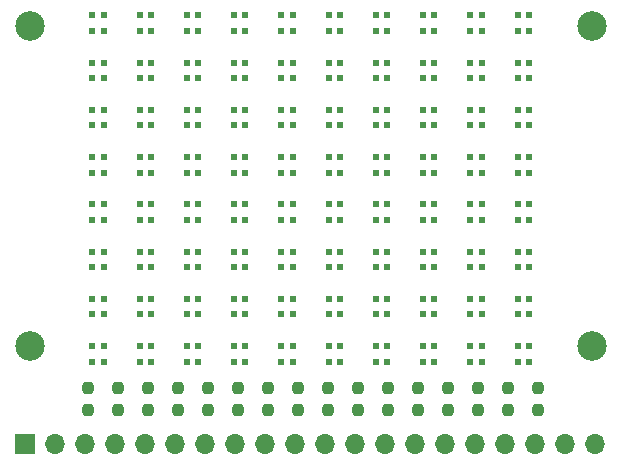
<source format=gbr>
%TF.GenerationSoftware,KiCad,Pcbnew,(6.0.10)*%
%TF.CreationDate,2023-01-20T23:09:19-08:00*%
%TF.ProjectId,pico8t,7069636f-3874-42e6-9b69-6361645f7063,rev?*%
%TF.SameCoordinates,Original*%
%TF.FileFunction,Soldermask,Top*%
%TF.FilePolarity,Negative*%
%FSLAX46Y46*%
G04 Gerber Fmt 4.6, Leading zero omitted, Abs format (unit mm)*
G04 Created by KiCad (PCBNEW (6.0.10)) date 2023-01-20 23:09:19*
%MOMM*%
%LPD*%
G01*
G04 APERTURE LIST*
G04 Aperture macros list*
%AMRoundRect*
0 Rectangle with rounded corners*
0 $1 Rounding radius*
0 $2 $3 $4 $5 $6 $7 $8 $9 X,Y pos of 4 corners*
0 Add a 4 corners polygon primitive as box body*
4,1,4,$2,$3,$4,$5,$6,$7,$8,$9,$2,$3,0*
0 Add four circle primitives for the rounded corners*
1,1,$1+$1,$2,$3*
1,1,$1+$1,$4,$5*
1,1,$1+$1,$6,$7*
1,1,$1+$1,$8,$9*
0 Add four rect primitives between the rounded corners*
20,1,$1+$1,$2,$3,$4,$5,0*
20,1,$1+$1,$4,$5,$6,$7,0*
20,1,$1+$1,$6,$7,$8,$9,0*
20,1,$1+$1,$8,$9,$2,$3,0*%
G04 Aperture macros list end*
%ADD10R,1.700000X1.700000*%
%ADD11O,1.700000X1.700000*%
%ADD12RoundRect,0.237500X-0.237500X0.250000X-0.237500X-0.250000X0.237500X-0.250000X0.237500X0.250000X0*%
%ADD13R,0.550000X0.500000*%
%ADD14C,2.500000*%
G04 APERTURE END LIST*
D10*
%TO.C,J0*%
X37851000Y-50800000D03*
D11*
X40391000Y-50800000D03*
X42931000Y-50800000D03*
X45471000Y-50800000D03*
X48011000Y-50800000D03*
X50551000Y-50800000D03*
X53091000Y-50800000D03*
X55631000Y-50800000D03*
X58171000Y-50800000D03*
X60711000Y-50800000D03*
X63251000Y-50800000D03*
X65791000Y-50800000D03*
X68331000Y-50800000D03*
X70871000Y-50800000D03*
X73411000Y-50800000D03*
X75951000Y-50800000D03*
X78491000Y-50800000D03*
X81031000Y-50800000D03*
X83571000Y-50800000D03*
X86111000Y-50800000D03*
%TD*%
D12*
%TO.C,R7*%
X60960000Y-46077500D03*
X60960000Y-47902500D03*
%TD*%
%TO.C,R3*%
X50800000Y-46077500D03*
X50800000Y-47902500D03*
%TD*%
D13*
%TO.C,D42*%
X51535000Y-31830000D03*
X51535000Y-30530000D03*
X52485000Y-30530000D03*
X52485000Y-31830000D03*
%TD*%
%TO.C,D45*%
X63535000Y-31830000D03*
X63535000Y-30530000D03*
X64485000Y-30530000D03*
X64485000Y-31830000D03*
%TD*%
D14*
%TO.C,REF\u002A\u002A*%
X38210000Y-15383000D03*
%TD*%
D13*
%TO.C,D51*%
X47535000Y-35830000D03*
X47535000Y-34530000D03*
X48485000Y-34530000D03*
X48485000Y-35830000D03*
%TD*%
D12*
%TO.C,R11*%
X71120000Y-46077500D03*
X71120000Y-47902500D03*
%TD*%
D13*
%TO.C,D76*%
X67535000Y-43830000D03*
X67535000Y-42530000D03*
X68485000Y-42530000D03*
X68485000Y-43830000D03*
%TD*%
D14*
%TO.C,REF\u002A\u002A*%
X85810000Y-42554000D03*
%TD*%
D13*
%TO.C,D73*%
X55535000Y-43830000D03*
X55535000Y-42530000D03*
X56485000Y-42530000D03*
X56485000Y-43830000D03*
%TD*%
%TO.C,D61*%
X47535000Y-39830000D03*
X47535000Y-38530000D03*
X48485000Y-38530000D03*
X48485000Y-39830000D03*
%TD*%
%TO.C,D14*%
X59535000Y-19830000D03*
X59535000Y-18530000D03*
X60485000Y-18530000D03*
X60485000Y-19830000D03*
%TD*%
D12*
%TO.C,R6*%
X58420000Y-46077500D03*
X58420000Y-47902500D03*
%TD*%
D13*
%TO.C,D1*%
X47535000Y-15830000D03*
X47535000Y-14530000D03*
X48485000Y-14530000D03*
X48485000Y-15830000D03*
%TD*%
%TO.C,D24*%
X59535000Y-23830000D03*
X59535000Y-22530000D03*
X60485000Y-22530000D03*
X60485000Y-23830000D03*
%TD*%
%TO.C,D20*%
X43535000Y-23830000D03*
X43535000Y-22530000D03*
X44485000Y-22530000D03*
X44485000Y-23830000D03*
%TD*%
%TO.C,D33*%
X55535000Y-27830000D03*
X55535000Y-26530000D03*
X56485000Y-26530000D03*
X56485000Y-27830000D03*
%TD*%
%TO.C,D7*%
X71535000Y-15830000D03*
X71535000Y-14530000D03*
X72485000Y-14530000D03*
X72485000Y-15830000D03*
%TD*%
%TO.C,D59*%
X79535000Y-35830000D03*
X79535000Y-34530000D03*
X80485000Y-34530000D03*
X80485000Y-35830000D03*
%TD*%
%TO.C,D2*%
X51535000Y-15830000D03*
X51535000Y-14530000D03*
X52485000Y-14530000D03*
X52485000Y-15830000D03*
%TD*%
%TO.C,D5*%
X63535000Y-15830000D03*
X63535000Y-14530000D03*
X64485000Y-14530000D03*
X64485000Y-15830000D03*
%TD*%
%TO.C,D50*%
X43535000Y-35830000D03*
X43535000Y-34530000D03*
X44485000Y-34530000D03*
X44485000Y-35830000D03*
%TD*%
%TO.C,D9*%
X79535000Y-15830000D03*
X79535000Y-14530000D03*
X80485000Y-14530000D03*
X80485000Y-15830000D03*
%TD*%
%TO.C,D22*%
X51535000Y-23830000D03*
X51535000Y-22530000D03*
X52485000Y-22530000D03*
X52485000Y-23830000D03*
%TD*%
%TO.C,D28*%
X75535000Y-23830000D03*
X75535000Y-22530000D03*
X76485000Y-22530000D03*
X76485000Y-23830000D03*
%TD*%
%TO.C,D46*%
X67535000Y-31830000D03*
X67535000Y-30530000D03*
X68485000Y-30530000D03*
X68485000Y-31830000D03*
%TD*%
%TO.C,D17*%
X71535000Y-19830000D03*
X71535000Y-18530000D03*
X72485000Y-18530000D03*
X72485000Y-19830000D03*
%TD*%
%TO.C,D29*%
X79535000Y-23830000D03*
X79535000Y-22530000D03*
X80485000Y-22530000D03*
X80485000Y-23830000D03*
%TD*%
%TO.C,D18*%
X75535000Y-19830000D03*
X75535000Y-18530000D03*
X76485000Y-18530000D03*
X76485000Y-19830000D03*
%TD*%
%TO.C,D37*%
X71535000Y-27830000D03*
X71535000Y-26530000D03*
X72485000Y-26530000D03*
X72485000Y-27830000D03*
%TD*%
%TO.C,D56*%
X67535000Y-35830000D03*
X67535000Y-34530000D03*
X68485000Y-34530000D03*
X68485000Y-35830000D03*
%TD*%
%TO.C,D19*%
X79535000Y-19830000D03*
X79535000Y-18530000D03*
X80485000Y-18530000D03*
X80485000Y-19830000D03*
%TD*%
D12*
%TO.C,R4*%
X53340000Y-46077500D03*
X53340000Y-47902500D03*
%TD*%
D13*
%TO.C,D53*%
X55535000Y-35830000D03*
X55535000Y-34530000D03*
X56485000Y-34530000D03*
X56485000Y-35830000D03*
%TD*%
%TO.C,D47*%
X71535000Y-31830000D03*
X71535000Y-30530000D03*
X72485000Y-30530000D03*
X72485000Y-31830000D03*
%TD*%
%TO.C,D69*%
X79535000Y-39830000D03*
X79535000Y-38530000D03*
X80485000Y-38530000D03*
X80485000Y-39830000D03*
%TD*%
%TO.C,D67*%
X71535000Y-39830000D03*
X71535000Y-38530000D03*
X72485000Y-38530000D03*
X72485000Y-39830000D03*
%TD*%
%TO.C,D43*%
X55535000Y-31830000D03*
X55535000Y-30530000D03*
X56485000Y-30530000D03*
X56485000Y-31830000D03*
%TD*%
%TO.C,D68*%
X75535000Y-39830000D03*
X75535000Y-38530000D03*
X76485000Y-38530000D03*
X76485000Y-39830000D03*
%TD*%
%TO.C,D58*%
X75535000Y-35830000D03*
X75535000Y-34530000D03*
X76485000Y-34530000D03*
X76485000Y-35830000D03*
%TD*%
%TO.C,D64*%
X59535000Y-39830000D03*
X59535000Y-38530000D03*
X60485000Y-38530000D03*
X60485000Y-39830000D03*
%TD*%
%TO.C,D71*%
X47535000Y-43830000D03*
X47535000Y-42530000D03*
X48485000Y-42530000D03*
X48485000Y-43830000D03*
%TD*%
%TO.C,D0*%
X43535000Y-15830000D03*
X43535000Y-14530000D03*
X44485000Y-14530000D03*
X44485000Y-15830000D03*
%TD*%
%TO.C,D26*%
X67535000Y-23830000D03*
X67535000Y-22530000D03*
X68485000Y-22530000D03*
X68485000Y-23830000D03*
%TD*%
%TO.C,D4*%
X59535000Y-15830000D03*
X59535000Y-14530000D03*
X60485000Y-14530000D03*
X60485000Y-15830000D03*
%TD*%
%TO.C,D40*%
X43535000Y-31830000D03*
X43535000Y-30530000D03*
X44485000Y-30530000D03*
X44485000Y-31830000D03*
%TD*%
D12*
%TO.C,R12*%
X73660000Y-46077500D03*
X73660000Y-47902500D03*
%TD*%
D13*
%TO.C,D60*%
X43535000Y-39830000D03*
X43535000Y-38530000D03*
X44485000Y-38530000D03*
X44485000Y-39830000D03*
%TD*%
%TO.C,D31*%
X47535000Y-27830000D03*
X47535000Y-26530000D03*
X48485000Y-26530000D03*
X48485000Y-27830000D03*
%TD*%
%TO.C,D36*%
X67535000Y-27830000D03*
X67535000Y-26530000D03*
X68485000Y-26530000D03*
X68485000Y-27830000D03*
%TD*%
%TO.C,D52*%
X51535000Y-35830000D03*
X51535000Y-34530000D03*
X52485000Y-34530000D03*
X52485000Y-35830000D03*
%TD*%
D12*
%TO.C,R0*%
X43180000Y-46077500D03*
X43180000Y-47902500D03*
%TD*%
D13*
%TO.C,D39*%
X79535000Y-27830000D03*
X79535000Y-26530000D03*
X80485000Y-26530000D03*
X80485000Y-27830000D03*
%TD*%
%TO.C,D49*%
X79535000Y-31830000D03*
X79535000Y-30530000D03*
X80485000Y-30530000D03*
X80485000Y-31830000D03*
%TD*%
%TO.C,D38*%
X75535000Y-27830000D03*
X75535000Y-26530000D03*
X76485000Y-26530000D03*
X76485000Y-27830000D03*
%TD*%
D12*
%TO.C,R15*%
X81280000Y-46077500D03*
X81280000Y-47902500D03*
%TD*%
D13*
%TO.C,D62*%
X51535000Y-39830000D03*
X51535000Y-38530000D03*
X52485000Y-38530000D03*
X52485000Y-39830000D03*
%TD*%
D12*
%TO.C,R8*%
X63500000Y-46077500D03*
X63500000Y-47902500D03*
%TD*%
D13*
%TO.C,D8*%
X75535000Y-15830000D03*
X75535000Y-14530000D03*
X76485000Y-14530000D03*
X76485000Y-15830000D03*
%TD*%
%TO.C,D34*%
X59535000Y-27830000D03*
X59535000Y-26530000D03*
X60485000Y-26530000D03*
X60485000Y-27830000D03*
%TD*%
D12*
%TO.C,R2*%
X48260000Y-46077500D03*
X48260000Y-47902500D03*
%TD*%
D13*
%TO.C,D55*%
X63535000Y-35830000D03*
X63535000Y-34530000D03*
X64485000Y-34530000D03*
X64485000Y-35830000D03*
%TD*%
%TO.C,D75*%
X63535000Y-43830000D03*
X63535000Y-42530000D03*
X64485000Y-42530000D03*
X64485000Y-43830000D03*
%TD*%
%TO.C,D74*%
X59535000Y-43830000D03*
X59535000Y-42530000D03*
X60485000Y-42530000D03*
X60485000Y-43830000D03*
%TD*%
%TO.C,D70*%
X43535000Y-43830000D03*
X43535000Y-42530000D03*
X44485000Y-42530000D03*
X44485000Y-43830000D03*
%TD*%
%TO.C,D54*%
X59535000Y-35830000D03*
X59535000Y-34530000D03*
X60485000Y-34530000D03*
X60485000Y-35830000D03*
%TD*%
%TO.C,D25*%
X63535000Y-23830000D03*
X63535000Y-22530000D03*
X64485000Y-22530000D03*
X64485000Y-23830000D03*
%TD*%
D14*
%TO.C,REF\u002A\u002A*%
X38210000Y-42554000D03*
%TD*%
D13*
%TO.C,D66*%
X67535000Y-39830000D03*
X67535000Y-38530000D03*
X68485000Y-38530000D03*
X68485000Y-39830000D03*
%TD*%
%TO.C,D12*%
X51535000Y-19830000D03*
X51535000Y-18530000D03*
X52485000Y-18530000D03*
X52485000Y-19830000D03*
%TD*%
D12*
%TO.C,R10*%
X68580000Y-46077500D03*
X68580000Y-47902500D03*
%TD*%
D13*
%TO.C,D13*%
X55535000Y-19830000D03*
X55535000Y-18530000D03*
X56485000Y-18530000D03*
X56485000Y-19830000D03*
%TD*%
D14*
%TO.C,REF\u002A\u002A*%
X85810000Y-15420000D03*
%TD*%
D13*
%TO.C,D48*%
X75535000Y-31830000D03*
X75535000Y-30530000D03*
X76485000Y-30530000D03*
X76485000Y-31830000D03*
%TD*%
%TO.C,D63*%
X55535000Y-39830000D03*
X55535000Y-38530000D03*
X56485000Y-38530000D03*
X56485000Y-39830000D03*
%TD*%
D12*
%TO.C,R1*%
X45720000Y-46077500D03*
X45720000Y-47902500D03*
%TD*%
D13*
%TO.C,D44*%
X59535000Y-31830000D03*
X59535000Y-30530000D03*
X60485000Y-30530000D03*
X60485000Y-31830000D03*
%TD*%
%TO.C,D16*%
X67535000Y-19830000D03*
X67535000Y-18530000D03*
X68485000Y-18530000D03*
X68485000Y-19830000D03*
%TD*%
%TO.C,D6*%
X67535000Y-15830000D03*
X67535000Y-14530000D03*
X68485000Y-14530000D03*
X68485000Y-15830000D03*
%TD*%
%TO.C,D10*%
X43535000Y-19830000D03*
X43535000Y-18530000D03*
X44485000Y-18530000D03*
X44485000Y-19830000D03*
%TD*%
%TO.C,D79*%
X79535000Y-43830000D03*
X79535000Y-42530000D03*
X80485000Y-42530000D03*
X80485000Y-43830000D03*
%TD*%
%TO.C,D65*%
X63535000Y-39830000D03*
X63535000Y-38530000D03*
X64485000Y-38530000D03*
X64485000Y-39830000D03*
%TD*%
%TO.C,D57*%
X71535000Y-35830000D03*
X71535000Y-34530000D03*
X72485000Y-34530000D03*
X72485000Y-35830000D03*
%TD*%
%TO.C,D78*%
X75535000Y-43830000D03*
X75535000Y-42530000D03*
X76485000Y-42530000D03*
X76485000Y-43830000D03*
%TD*%
%TO.C,D32*%
X51535000Y-27830000D03*
X51535000Y-26530000D03*
X52485000Y-26530000D03*
X52485000Y-27830000D03*
%TD*%
%TO.C,D27*%
X71535000Y-23830000D03*
X71535000Y-22530000D03*
X72485000Y-22530000D03*
X72485000Y-23830000D03*
%TD*%
%TO.C,D15*%
X63535000Y-19830000D03*
X63535000Y-18530000D03*
X64485000Y-18530000D03*
X64485000Y-19830000D03*
%TD*%
D12*
%TO.C,R5*%
X55880000Y-46077500D03*
X55880000Y-47902500D03*
%TD*%
D13*
%TO.C,D30*%
X43535000Y-27830000D03*
X43535000Y-26530000D03*
X44485000Y-26530000D03*
X44485000Y-27830000D03*
%TD*%
%TO.C,D41*%
X47535000Y-31830000D03*
X47535000Y-30530000D03*
X48485000Y-30530000D03*
X48485000Y-31830000D03*
%TD*%
%TO.C,D35*%
X63535000Y-27830000D03*
X63535000Y-26530000D03*
X64485000Y-26530000D03*
X64485000Y-27830000D03*
%TD*%
%TO.C,D3*%
X55535000Y-15830000D03*
X55535000Y-14530000D03*
X56485000Y-14530000D03*
X56485000Y-15830000D03*
%TD*%
%TO.C,D21*%
X47535000Y-23830000D03*
X47535000Y-22530000D03*
X48485000Y-22530000D03*
X48485000Y-23830000D03*
%TD*%
%TO.C,D23*%
X55535000Y-23830000D03*
X55535000Y-22530000D03*
X56485000Y-22530000D03*
X56485000Y-23830000D03*
%TD*%
%TO.C,D77*%
X71535000Y-43830000D03*
X71535000Y-42530000D03*
X72485000Y-42530000D03*
X72485000Y-43830000D03*
%TD*%
D12*
%TO.C,R13*%
X76200000Y-46077500D03*
X76200000Y-47902500D03*
%TD*%
D13*
%TO.C,D11*%
X47535000Y-19830000D03*
X47535000Y-18530000D03*
X48485000Y-18530000D03*
X48485000Y-19830000D03*
%TD*%
D12*
%TO.C,R14*%
X78740000Y-46077500D03*
X78740000Y-47902500D03*
%TD*%
%TO.C,R9*%
X66040000Y-46077500D03*
X66040000Y-47902500D03*
%TD*%
D13*
%TO.C,D72*%
X51535000Y-43830000D03*
X51535000Y-42530000D03*
X52485000Y-42530000D03*
X52485000Y-43830000D03*
%TD*%
M02*

</source>
